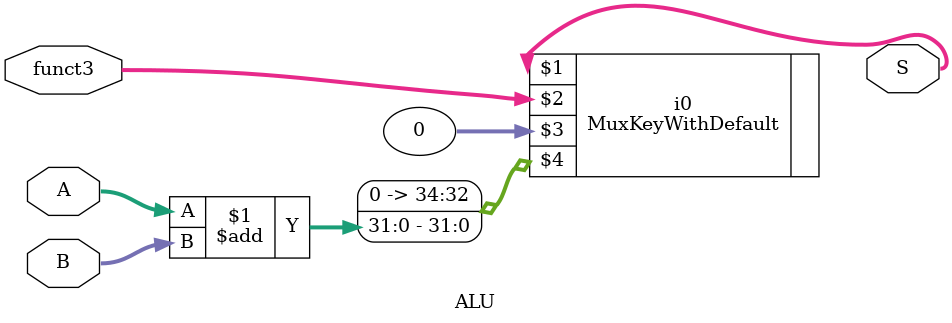
<source format=v>
module ALU (
        input [31:0] A,
        input [31:0] B,
        input [2:0] funct3,
        output [31:0] S
    );

    MuxKeyWithDefault #(1, 3, 32) i0 (S, funct3, 32'b0, {
                                          3'b000, A + B
                                      });

endmodule

</source>
